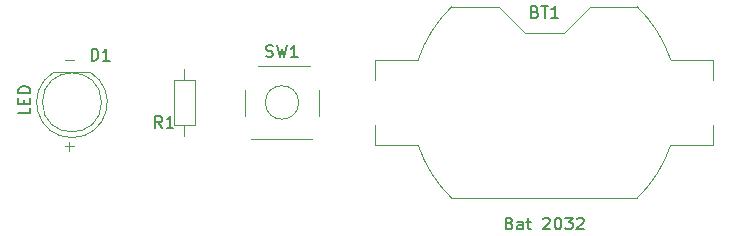
<source format=gto>
%TF.GenerationSoftware,KiCad,Pcbnew,8.0.9-8.0.9-0~ubuntu22.04.1*%
%TF.CreationDate,2025-03-02T22:26:52+02:00*%
%TF.ProjectId,Project_1_LED_Touch,50726f6a-6563-4745-9f31-5f4c45445f54,1*%
%TF.SameCoordinates,Original*%
%TF.FileFunction,Legend,Top*%
%TF.FilePolarity,Positive*%
%FSLAX46Y46*%
G04 Gerber Fmt 4.6, Leading zero omitted, Abs format (unit mm)*
G04 Created by KiCad (PCBNEW 8.0.9-8.0.9-0~ubuntu22.04.1) date 2025-03-02 22:26:52*
%MOMM*%
%LPD*%
G01*
G04 APERTURE LIST*
%ADD10C,0.100000*%
%ADD11C,0.150000*%
%ADD12C,0.120000*%
G04 APERTURE END LIST*
D10*
X124503884Y-123391466D02*
X125265789Y-123391466D01*
X124503884Y-130691466D02*
X125265789Y-130691466D01*
X124884836Y-131072419D02*
X124884836Y-130310514D01*
D11*
X141541667Y-123107200D02*
X141684524Y-123154819D01*
X141684524Y-123154819D02*
X141922619Y-123154819D01*
X141922619Y-123154819D02*
X142017857Y-123107200D01*
X142017857Y-123107200D02*
X142065476Y-123059580D01*
X142065476Y-123059580D02*
X142113095Y-122964342D01*
X142113095Y-122964342D02*
X142113095Y-122869104D01*
X142113095Y-122869104D02*
X142065476Y-122773866D01*
X142065476Y-122773866D02*
X142017857Y-122726247D01*
X142017857Y-122726247D02*
X141922619Y-122678628D01*
X141922619Y-122678628D02*
X141732143Y-122631009D01*
X141732143Y-122631009D02*
X141636905Y-122583390D01*
X141636905Y-122583390D02*
X141589286Y-122535771D01*
X141589286Y-122535771D02*
X141541667Y-122440533D01*
X141541667Y-122440533D02*
X141541667Y-122345295D01*
X141541667Y-122345295D02*
X141589286Y-122250057D01*
X141589286Y-122250057D02*
X141636905Y-122202438D01*
X141636905Y-122202438D02*
X141732143Y-122154819D01*
X141732143Y-122154819D02*
X141970238Y-122154819D01*
X141970238Y-122154819D02*
X142113095Y-122202438D01*
X142446429Y-122154819D02*
X142684524Y-123154819D01*
X142684524Y-123154819D02*
X142875000Y-122440533D01*
X142875000Y-122440533D02*
X143065476Y-123154819D01*
X143065476Y-123154819D02*
X143303572Y-122154819D01*
X144208333Y-123154819D02*
X143636905Y-123154819D01*
X143922619Y-123154819D02*
X143922619Y-122154819D01*
X143922619Y-122154819D02*
X143827381Y-122297676D01*
X143827381Y-122297676D02*
X143732143Y-122392914D01*
X143732143Y-122392914D02*
X143636905Y-122440533D01*
X132733333Y-129154819D02*
X132400000Y-128678628D01*
X132161905Y-129154819D02*
X132161905Y-128154819D01*
X132161905Y-128154819D02*
X132542857Y-128154819D01*
X132542857Y-128154819D02*
X132638095Y-128202438D01*
X132638095Y-128202438D02*
X132685714Y-128250057D01*
X132685714Y-128250057D02*
X132733333Y-128345295D01*
X132733333Y-128345295D02*
X132733333Y-128488152D01*
X132733333Y-128488152D02*
X132685714Y-128583390D01*
X132685714Y-128583390D02*
X132638095Y-128631009D01*
X132638095Y-128631009D02*
X132542857Y-128678628D01*
X132542857Y-128678628D02*
X132161905Y-128678628D01*
X133685714Y-129154819D02*
X133114286Y-129154819D01*
X133400000Y-129154819D02*
X133400000Y-128154819D01*
X133400000Y-128154819D02*
X133304762Y-128297676D01*
X133304762Y-128297676D02*
X133209524Y-128392914D01*
X133209524Y-128392914D02*
X133114286Y-128440533D01*
X126761905Y-123454819D02*
X126761905Y-122454819D01*
X126761905Y-122454819D02*
X127000000Y-122454819D01*
X127000000Y-122454819D02*
X127142857Y-122502438D01*
X127142857Y-122502438D02*
X127238095Y-122597676D01*
X127238095Y-122597676D02*
X127285714Y-122692914D01*
X127285714Y-122692914D02*
X127333333Y-122883390D01*
X127333333Y-122883390D02*
X127333333Y-123026247D01*
X127333333Y-123026247D02*
X127285714Y-123216723D01*
X127285714Y-123216723D02*
X127238095Y-123311961D01*
X127238095Y-123311961D02*
X127142857Y-123407200D01*
X127142857Y-123407200D02*
X127000000Y-123454819D01*
X127000000Y-123454819D02*
X126761905Y-123454819D01*
X128285714Y-123454819D02*
X127714286Y-123454819D01*
X128000000Y-123454819D02*
X128000000Y-122454819D01*
X128000000Y-122454819D02*
X127904762Y-122597676D01*
X127904762Y-122597676D02*
X127809524Y-122692914D01*
X127809524Y-122692914D02*
X127714286Y-122740533D01*
X121554819Y-127442857D02*
X121554819Y-127919047D01*
X121554819Y-127919047D02*
X120554819Y-127919047D01*
X121031009Y-127109523D02*
X121031009Y-126776190D01*
X121554819Y-126633333D02*
X121554819Y-127109523D01*
X121554819Y-127109523D02*
X120554819Y-127109523D01*
X120554819Y-127109523D02*
X120554819Y-126633333D01*
X121554819Y-126204761D02*
X120554819Y-126204761D01*
X120554819Y-126204761D02*
X120554819Y-125966666D01*
X120554819Y-125966666D02*
X120602438Y-125823809D01*
X120602438Y-125823809D02*
X120697676Y-125728571D01*
X120697676Y-125728571D02*
X120792914Y-125680952D01*
X120792914Y-125680952D02*
X120983390Y-125633333D01*
X120983390Y-125633333D02*
X121126247Y-125633333D01*
X121126247Y-125633333D02*
X121316723Y-125680952D01*
X121316723Y-125680952D02*
X121411961Y-125728571D01*
X121411961Y-125728571D02*
X121507200Y-125823809D01*
X121507200Y-125823809D02*
X121554819Y-125966666D01*
X121554819Y-125966666D02*
X121554819Y-126204761D01*
X164314285Y-119311009D02*
X164457142Y-119358628D01*
X164457142Y-119358628D02*
X164504761Y-119406247D01*
X164504761Y-119406247D02*
X164552380Y-119501485D01*
X164552380Y-119501485D02*
X164552380Y-119644342D01*
X164552380Y-119644342D02*
X164504761Y-119739580D01*
X164504761Y-119739580D02*
X164457142Y-119787200D01*
X164457142Y-119787200D02*
X164361904Y-119834819D01*
X164361904Y-119834819D02*
X163980952Y-119834819D01*
X163980952Y-119834819D02*
X163980952Y-118834819D01*
X163980952Y-118834819D02*
X164314285Y-118834819D01*
X164314285Y-118834819D02*
X164409523Y-118882438D01*
X164409523Y-118882438D02*
X164457142Y-118930057D01*
X164457142Y-118930057D02*
X164504761Y-119025295D01*
X164504761Y-119025295D02*
X164504761Y-119120533D01*
X164504761Y-119120533D02*
X164457142Y-119215771D01*
X164457142Y-119215771D02*
X164409523Y-119263390D01*
X164409523Y-119263390D02*
X164314285Y-119311009D01*
X164314285Y-119311009D02*
X163980952Y-119311009D01*
X164838095Y-118834819D02*
X165409523Y-118834819D01*
X165123809Y-119834819D02*
X165123809Y-118834819D01*
X166266666Y-119834819D02*
X165695238Y-119834819D01*
X165980952Y-119834819D02*
X165980952Y-118834819D01*
X165980952Y-118834819D02*
X165885714Y-118977676D01*
X165885714Y-118977676D02*
X165790476Y-119072914D01*
X165790476Y-119072914D02*
X165695238Y-119120533D01*
X162147618Y-137231009D02*
X162290475Y-137278628D01*
X162290475Y-137278628D02*
X162338094Y-137326247D01*
X162338094Y-137326247D02*
X162385713Y-137421485D01*
X162385713Y-137421485D02*
X162385713Y-137564342D01*
X162385713Y-137564342D02*
X162338094Y-137659580D01*
X162338094Y-137659580D02*
X162290475Y-137707200D01*
X162290475Y-137707200D02*
X162195237Y-137754819D01*
X162195237Y-137754819D02*
X161814285Y-137754819D01*
X161814285Y-137754819D02*
X161814285Y-136754819D01*
X161814285Y-136754819D02*
X162147618Y-136754819D01*
X162147618Y-136754819D02*
X162242856Y-136802438D01*
X162242856Y-136802438D02*
X162290475Y-136850057D01*
X162290475Y-136850057D02*
X162338094Y-136945295D01*
X162338094Y-136945295D02*
X162338094Y-137040533D01*
X162338094Y-137040533D02*
X162290475Y-137135771D01*
X162290475Y-137135771D02*
X162242856Y-137183390D01*
X162242856Y-137183390D02*
X162147618Y-137231009D01*
X162147618Y-137231009D02*
X161814285Y-137231009D01*
X163242856Y-137754819D02*
X163242856Y-137231009D01*
X163242856Y-137231009D02*
X163195237Y-137135771D01*
X163195237Y-137135771D02*
X163099999Y-137088152D01*
X163099999Y-137088152D02*
X162909523Y-137088152D01*
X162909523Y-137088152D02*
X162814285Y-137135771D01*
X163242856Y-137707200D02*
X163147618Y-137754819D01*
X163147618Y-137754819D02*
X162909523Y-137754819D01*
X162909523Y-137754819D02*
X162814285Y-137707200D01*
X162814285Y-137707200D02*
X162766666Y-137611961D01*
X162766666Y-137611961D02*
X162766666Y-137516723D01*
X162766666Y-137516723D02*
X162814285Y-137421485D01*
X162814285Y-137421485D02*
X162909523Y-137373866D01*
X162909523Y-137373866D02*
X163147618Y-137373866D01*
X163147618Y-137373866D02*
X163242856Y-137326247D01*
X163576190Y-137088152D02*
X163957142Y-137088152D01*
X163719047Y-136754819D02*
X163719047Y-137611961D01*
X163719047Y-137611961D02*
X163766666Y-137707200D01*
X163766666Y-137707200D02*
X163861904Y-137754819D01*
X163861904Y-137754819D02*
X163957142Y-137754819D01*
X165004762Y-136850057D02*
X165052381Y-136802438D01*
X165052381Y-136802438D02*
X165147619Y-136754819D01*
X165147619Y-136754819D02*
X165385714Y-136754819D01*
X165385714Y-136754819D02*
X165480952Y-136802438D01*
X165480952Y-136802438D02*
X165528571Y-136850057D01*
X165528571Y-136850057D02*
X165576190Y-136945295D01*
X165576190Y-136945295D02*
X165576190Y-137040533D01*
X165576190Y-137040533D02*
X165528571Y-137183390D01*
X165528571Y-137183390D02*
X164957143Y-137754819D01*
X164957143Y-137754819D02*
X165576190Y-137754819D01*
X166195238Y-136754819D02*
X166290476Y-136754819D01*
X166290476Y-136754819D02*
X166385714Y-136802438D01*
X166385714Y-136802438D02*
X166433333Y-136850057D01*
X166433333Y-136850057D02*
X166480952Y-136945295D01*
X166480952Y-136945295D02*
X166528571Y-137135771D01*
X166528571Y-137135771D02*
X166528571Y-137373866D01*
X166528571Y-137373866D02*
X166480952Y-137564342D01*
X166480952Y-137564342D02*
X166433333Y-137659580D01*
X166433333Y-137659580D02*
X166385714Y-137707200D01*
X166385714Y-137707200D02*
X166290476Y-137754819D01*
X166290476Y-137754819D02*
X166195238Y-137754819D01*
X166195238Y-137754819D02*
X166100000Y-137707200D01*
X166100000Y-137707200D02*
X166052381Y-137659580D01*
X166052381Y-137659580D02*
X166004762Y-137564342D01*
X166004762Y-137564342D02*
X165957143Y-137373866D01*
X165957143Y-137373866D02*
X165957143Y-137135771D01*
X165957143Y-137135771D02*
X166004762Y-136945295D01*
X166004762Y-136945295D02*
X166052381Y-136850057D01*
X166052381Y-136850057D02*
X166100000Y-136802438D01*
X166100000Y-136802438D02*
X166195238Y-136754819D01*
X166861905Y-136754819D02*
X167480952Y-136754819D01*
X167480952Y-136754819D02*
X167147619Y-137135771D01*
X167147619Y-137135771D02*
X167290476Y-137135771D01*
X167290476Y-137135771D02*
X167385714Y-137183390D01*
X167385714Y-137183390D02*
X167433333Y-137231009D01*
X167433333Y-137231009D02*
X167480952Y-137326247D01*
X167480952Y-137326247D02*
X167480952Y-137564342D01*
X167480952Y-137564342D02*
X167433333Y-137659580D01*
X167433333Y-137659580D02*
X167385714Y-137707200D01*
X167385714Y-137707200D02*
X167290476Y-137754819D01*
X167290476Y-137754819D02*
X167004762Y-137754819D01*
X167004762Y-137754819D02*
X166909524Y-137707200D01*
X166909524Y-137707200D02*
X166861905Y-137659580D01*
X167861905Y-136850057D02*
X167909524Y-136802438D01*
X167909524Y-136802438D02*
X168004762Y-136754819D01*
X168004762Y-136754819D02*
X168242857Y-136754819D01*
X168242857Y-136754819D02*
X168338095Y-136802438D01*
X168338095Y-136802438D02*
X168385714Y-136850057D01*
X168385714Y-136850057D02*
X168433333Y-136945295D01*
X168433333Y-136945295D02*
X168433333Y-137040533D01*
X168433333Y-137040533D02*
X168385714Y-137183390D01*
X168385714Y-137183390D02*
X167814286Y-137754819D01*
X167814286Y-137754819D02*
X168433333Y-137754819D01*
D12*
%TO.C,SW1*%
X144289214Y-127000000D02*
G75*
G02*
X141460786Y-127000000I-1414214J0D01*
G01*
X141460786Y-127000000D02*
G75*
G02*
X144289214Y-127000000I1414214J0D01*
G01*
X145995000Y-125950000D02*
X145995000Y-128150000D01*
X140825000Y-123880000D02*
X145225000Y-123880000D01*
X140225000Y-130120000D02*
X145425000Y-130120000D01*
X139755000Y-128150000D02*
X139755000Y-125950000D01*
%TO.C,R1*%
X135540000Y-128920000D02*
X135540000Y-125080000D01*
X135540000Y-125080000D02*
X133700000Y-125080000D01*
X134620000Y-129870000D02*
X134620000Y-128920000D01*
X134620000Y-124130000D02*
X134620000Y-125080000D01*
X133700000Y-128920000D02*
X135540000Y-128920000D01*
X133700000Y-125080000D02*
X133700000Y-128920000D01*
%TO.C,D1*%
X127595000Y-126995000D02*
G75*
G02*
X122595000Y-126995000I-2500000J0D01*
G01*
X122595000Y-126995000D02*
G75*
G02*
X127595000Y-126995000I2500000J0D01*
G01*
X126639830Y-124435000D02*
G75*
G02*
X125095048Y-129985000I-1544830J-2560000D01*
G01*
X125094952Y-129985000D02*
G75*
G02*
X123550170Y-124435000I48J2990000D01*
G01*
X126640000Y-124435000D02*
X123550000Y-124435000D01*
%TO.C,BT1*%
X175792000Y-130610000D02*
G75*
G02*
X172945372Y-135111790I-10692020J3610010D01*
G01*
X172945371Y-118888211D02*
G75*
G02*
X175792000Y-123390000I-7845366J-8111785D01*
G01*
X157254629Y-135111789D02*
G75*
G02*
X154408000Y-130610000I7845371J8111789D01*
G01*
X154408000Y-123390000D02*
G75*
G02*
X157254629Y-118888211I10692020J-3610012D01*
G01*
X179410000Y-130610000D02*
X175792000Y-130610000D01*
X179410000Y-128900000D02*
X179410000Y-130610000D01*
X179410000Y-125100000D02*
X179410000Y-123390000D01*
X175792000Y-123390000D02*
X179410000Y-123390000D01*
X172947300Y-135110000D02*
X157252700Y-135110000D01*
X168960000Y-118890000D02*
X172947300Y-118890000D01*
X166760000Y-121090000D02*
X168960000Y-118890000D01*
X163440000Y-121090000D02*
X166760000Y-121090000D01*
X163440000Y-121090000D02*
X161240000Y-118890000D01*
X157252700Y-118890000D02*
X161240000Y-118890000D01*
X154408000Y-130610000D02*
X150790000Y-130610000D01*
X150790000Y-128900000D02*
X150790000Y-130610000D01*
X150790000Y-125100000D02*
X150790000Y-123390000D01*
X150790000Y-123390000D02*
X154408000Y-123390000D01*
%TD*%
M02*

</source>
